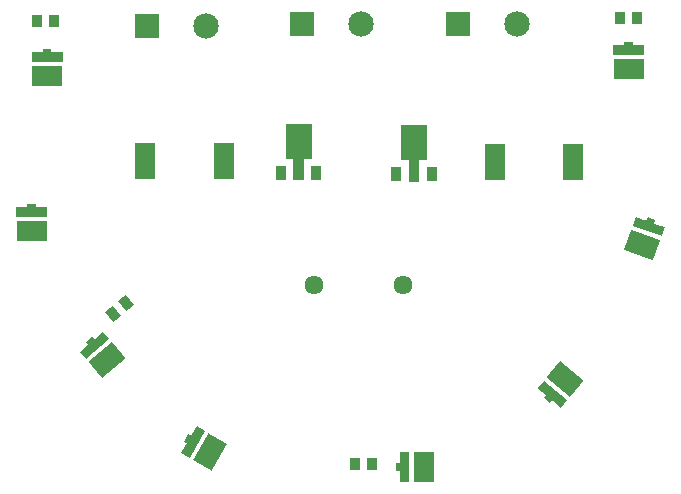
<source format=gts>
G04*
G04 #@! TF.GenerationSoftware,Altium Limited,Altium Designer,21.7.2 (23)*
G04*
G04 Layer_Color=8388736*
%FSLAX25Y25*%
%MOIN*%
G70*
G04*
G04 #@! TF.SameCoordinates,C9020EFE-5469-4C63-B031-BAE70B3800EC*
G04*
G04*
G04 #@! TF.FilePolarity,Negative*
G04*
G01*
G75*
%ADD16R,0.06509X0.12217*%
G04:AMPARAMS|DCode=17|XSize=33.59mil|YSize=43.43mil|CornerRadius=0mil|HoleSize=0mil|Usage=FLASHONLY|Rotation=40.000|XOffset=0mil|YOffset=0mil|HoleType=Round|Shape=Rectangle|*
%AMROTATEDRECTD17*
4,1,4,0.00109,-0.02743,-0.02682,0.00584,-0.00109,0.02743,0.02682,-0.00584,0.00109,-0.02743,0.0*
%
%ADD17ROTATEDRECTD17*%

%ADD18R,0.03359X0.04343*%
%ADD19R,0.10249X0.07099*%
G04:AMPARAMS|DCode=20|XSize=70.99mil|YSize=102.49mil|CornerRadius=0mil|HoleSize=0mil|Usage=FLASHONLY|Rotation=70.000|XOffset=0mil|YOffset=0mil|HoleType=Round|Shape=Rectangle|*
%AMROTATEDRECTD20*
4,1,4,0.03601,-0.05088,-0.06029,-0.01583,-0.03601,0.05088,0.06029,0.01583,0.03601,-0.05088,0.0*
%
%ADD20ROTATEDRECTD20*%

G04:AMPARAMS|DCode=21|XSize=70.99mil|YSize=102.49mil|CornerRadius=0mil|HoleSize=0mil|Usage=FLASHONLY|Rotation=230.000|XOffset=0mil|YOffset=0mil|HoleType=Round|Shape=Rectangle|*
%AMROTATEDRECTD21*
4,1,4,-0.01644,0.06013,0.06207,-0.00575,0.01644,-0.06013,-0.06207,0.00575,-0.01644,0.06013,0.0*
%
%ADD21ROTATEDRECTD21*%

%ADD22R,0.07099X0.10249*%
G04:AMPARAMS|DCode=23|XSize=70.99mil|YSize=102.49mil|CornerRadius=0mil|HoleSize=0mil|Usage=FLASHONLY|Rotation=150.000|XOffset=0mil|YOffset=0mil|HoleType=Round|Shape=Rectangle|*
%AMROTATEDRECTD23*
4,1,4,0.05636,0.02663,0.00512,-0.06213,-0.05636,-0.02663,-0.00512,0.06213,0.05636,0.02663,0.0*
%
%ADD23ROTATEDRECTD23*%

G04:AMPARAMS|DCode=24|XSize=70.99mil|YSize=102.49mil|CornerRadius=0mil|HoleSize=0mil|Usage=FLASHONLY|Rotation=130.000|XOffset=0mil|YOffset=0mil|HoleType=Round|Shape=Rectangle|*
%AMROTATEDRECTD24*
4,1,4,0.06207,0.00575,-0.01644,-0.06013,-0.06207,-0.00575,0.01644,0.06013,0.06207,0.00575,0.0*
%
%ADD24ROTATEDRECTD24*%

%ADD25R,0.03556X0.05131*%
%ADD26C,0.06343*%
%ADD27C,0.08477*%
%ADD28R,0.08477X0.08477*%
G36*
X213821Y251342D02*
X212799Y251933D01*
X214177Y254319D01*
X215199Y253729D01*
X217070Y256968D01*
X219797Y255393D01*
X214679Y246528D01*
X211951Y248103D01*
X213821Y251342D01*
D02*
G37*
G36*
X180932Y284321D02*
X180173Y285225D01*
X182284Y286997D01*
X183043Y286092D01*
X185908Y288496D01*
X187933Y286084D01*
X180092Y279504D01*
X178067Y281916D01*
X180932Y284321D01*
D02*
G37*
G36*
X160622Y330071D02*
Y331252D01*
X163378D01*
Y330071D01*
X167118D01*
Y326921D01*
X156882D01*
Y330071D01*
X160622D01*
D02*
G37*
G36*
X165847Y381756D02*
Y382937D01*
X168602D01*
Y381756D01*
X172343D01*
Y378606D01*
X162106D01*
Y381756D01*
X165847D01*
D02*
G37*
G36*
X255331Y346236D02*
X252772D01*
Y339051D01*
X249228D01*
Y346236D01*
X246669D01*
Y357949D01*
X255331D01*
Y346236D01*
D02*
G37*
G36*
X284697Y242138D02*
X283516D01*
Y244894D01*
X284697D01*
Y248634D01*
X287846D01*
Y238398D01*
X284697D01*
Y242138D01*
D02*
G37*
G36*
X335591Y265682D02*
X334831Y264777D01*
X332720Y266548D01*
X333479Y267453D01*
X330614Y269857D01*
X332639Y272270D01*
X340480Y265690D01*
X338456Y263277D01*
X335591Y265682D01*
D02*
G37*
G36*
X366966Y325555D02*
X367370Y326665D01*
X369959Y325723D01*
X369555Y324613D01*
X373070Y323334D01*
X371993Y320374D01*
X362374Y323875D01*
X363451Y326835D01*
X366966Y325555D01*
D02*
G37*
G36*
X293831Y345736D02*
X291272D01*
Y338551D01*
X287728D01*
Y345736D01*
X285169D01*
Y357449D01*
X293831D01*
Y345736D01*
D02*
G37*
G36*
X359622Y384071D02*
X359622Y385252D01*
X362378D01*
Y384071D01*
X366118D01*
Y380921D01*
X355882D01*
Y384071D01*
X359622D01*
D02*
G37*
D16*
X316409Y345000D02*
D03*
X342590D02*
D03*
X199909Y345500D02*
D03*
X226091D02*
D03*
D17*
X193597Y298118D02*
D03*
X189224Y294449D02*
D03*
D18*
X358146Y393000D02*
D03*
X363854D02*
D03*
X169354Y392000D02*
D03*
X163646D02*
D03*
X269913Y244516D02*
D03*
X275622D02*
D03*
D19*
X361000Y376000D02*
D03*
X162000Y322000D02*
D03*
X167224Y373685D02*
D03*
D20*
X365500Y317500D02*
D03*
D21*
X339723Y272750D02*
D03*
D22*
X292768Y243516D02*
D03*
D23*
X221500Y248500D02*
D03*
D24*
X187176Y279024D02*
D03*
D25*
X256906Y341610D02*
D03*
X245094D02*
D03*
X295406Y341110D02*
D03*
X283594D02*
D03*
D26*
X256039Y304000D02*
D03*
X285961D02*
D03*
D27*
X271843Y391000D02*
D03*
X323843D02*
D03*
X220264Y390500D02*
D03*
D28*
X252157Y391000D02*
D03*
X304157D02*
D03*
X200579Y390500D02*
D03*
M02*

</source>
